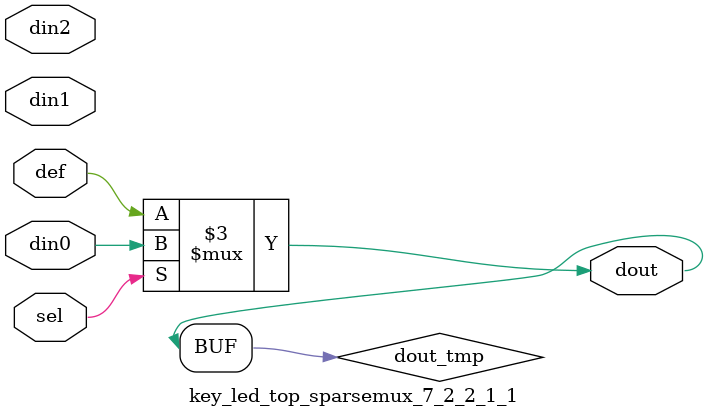
<source format=v>
`timescale 1ns / 1ps

module key_led_top_sparsemux_7_2_2_1_1 (din0,din1,din2,def,sel,dout);

parameter din0_WIDTH = 1;

parameter din1_WIDTH = 1;

parameter din2_WIDTH = 1;

parameter def_WIDTH = 1;
parameter sel_WIDTH = 1;
parameter dout_WIDTH = 1;

parameter [sel_WIDTH-1:0] CASE0 = 1;

parameter [sel_WIDTH-1:0] CASE1 = 1;

parameter [sel_WIDTH-1:0] CASE2 = 1;

parameter ID = 1;
parameter NUM_STAGE = 1;



input [din0_WIDTH-1:0] din0;

input [din1_WIDTH-1:0] din1;

input [din2_WIDTH-1:0] din2;

input [def_WIDTH-1:0] def;
input [sel_WIDTH-1:0] sel;

output [dout_WIDTH-1:0] dout;



reg [dout_WIDTH-1:0] dout_tmp;


always @ (*) begin
(* parallel_case *) case (sel)
    
    CASE0 : dout_tmp = din0;
    
    CASE1 : dout_tmp = din1;
    
    CASE2 : dout_tmp = din2;
    
    default : dout_tmp = def;
endcase
end


assign dout = dout_tmp;



endmodule

</source>
